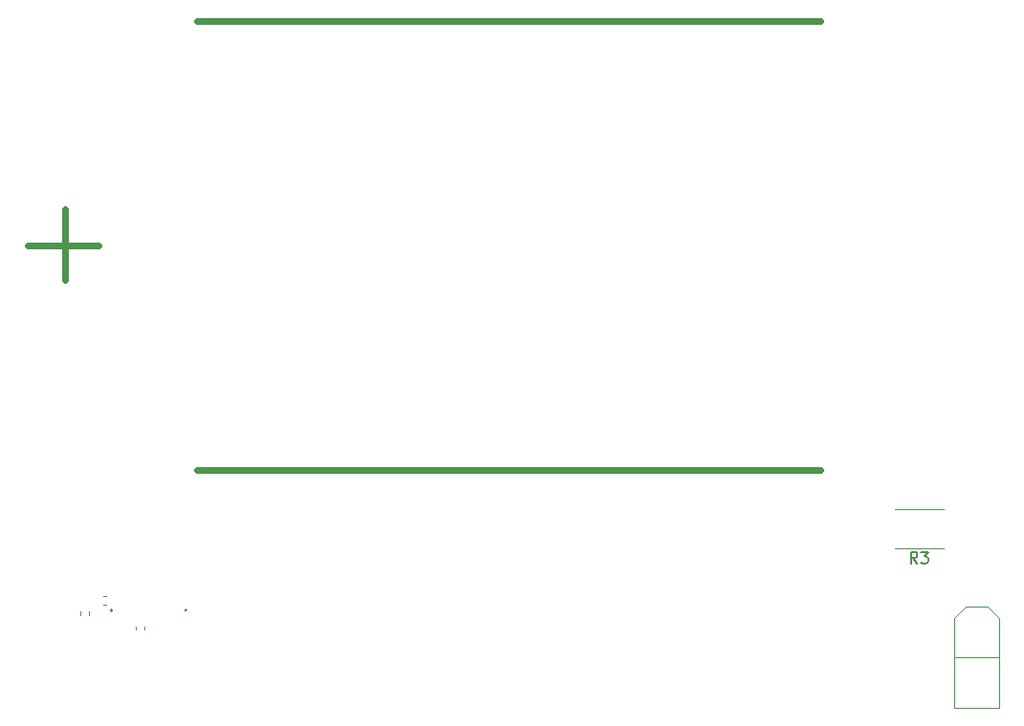
<source format=gto>
G04 #@! TF.GenerationSoftware,KiCad,Pcbnew,(5.1.10)-1*
G04 #@! TF.CreationDate,2021-12-10T13:20:38-08:00*
G04 #@! TF.ProjectId,BQ298xyz,42513239-3878-4797-9a2e-6b696361645f,rev?*
G04 #@! TF.SameCoordinates,Original*
G04 #@! TF.FileFunction,Legend,Top*
G04 #@! TF.FilePolarity,Positive*
%FSLAX46Y46*%
G04 Gerber Fmt 4.6, Leading zero omitted, Abs format (unit mm)*
G04 Created by KiCad (PCBNEW (5.1.10)-1) date 2021-12-10 13:20:38*
%MOMM*%
%LPD*%
G01*
G04 APERTURE LIST*
%ADD10C,0.120000*%
%ADD11C,0.600000*%
%ADD12C,0.150000*%
%ADD13C,0.250000*%
%ADD14C,3.000000*%
%ADD15R,0.300000X0.600000*%
%ADD16R,0.530000X0.250000*%
%ADD17C,3.500000*%
%ADD18C,3.200000*%
%ADD19R,7.300000X6.400000*%
G04 APERTURE END LIST*
D10*
X120970000Y-119335000D02*
G75*
G03*
X120970000Y-119335000I-100000J0D01*
G01*
X188900000Y-120000000D02*
X188900000Y-124000000D01*
X189900000Y-119000000D02*
X188900000Y-120000000D01*
X191900000Y-119000000D02*
X189900000Y-119000000D01*
X192900000Y-120000000D02*
X191900000Y-119000000D01*
X192900000Y-128000000D02*
X192900000Y-120000000D01*
X192900000Y-124000000D02*
X192900000Y-128000000D01*
X188900000Y-123500000D02*
X192900000Y-123500000D01*
X188900000Y-128000000D02*
X188900000Y-124000000D01*
X192900000Y-128000000D02*
X188900000Y-128000000D01*
X187977064Y-110390000D02*
X183622936Y-110390000D01*
X187977064Y-113810000D02*
X183622936Y-113810000D01*
X114372501Y-119345000D02*
G75*
G03*
X114372501Y-119345000I-100000J0D01*
G01*
D11*
X121874999Y-67084999D02*
X177074999Y-67084999D01*
X121874999Y-106884999D02*
X177074999Y-106884999D01*
X106874999Y-86984999D02*
X113174999Y-86984999D01*
X110174999Y-83784999D02*
X110174999Y-90084999D01*
D10*
X117180000Y-121053641D02*
X117180000Y-120746359D01*
X116420000Y-121053641D02*
X116420000Y-120746359D01*
X113536359Y-118880000D02*
X113843641Y-118880000D01*
X113536359Y-118120000D02*
X113843641Y-118120000D01*
X111520000Y-119446359D02*
X111520000Y-119753641D01*
X112280000Y-119446359D02*
X112280000Y-119753641D01*
D12*
X185633333Y-115172380D02*
X185300000Y-114696190D01*
X185061904Y-115172380D02*
X185061904Y-114172380D01*
X185442857Y-114172380D01*
X185538095Y-114220000D01*
X185585714Y-114267619D01*
X185633333Y-114362857D01*
X185633333Y-114505714D01*
X185585714Y-114600952D01*
X185538095Y-114648571D01*
X185442857Y-114696190D01*
X185061904Y-114696190D01*
X185966666Y-114172380D02*
X186585714Y-114172380D01*
X186252380Y-114553333D01*
X186395238Y-114553333D01*
X186490476Y-114600952D01*
X186538095Y-114648571D01*
X186585714Y-114743809D01*
X186585714Y-114981904D01*
X186538095Y-115077142D01*
X186490476Y-115124761D01*
X186395238Y-115172380D01*
X186109523Y-115172380D01*
X186014285Y-115124761D01*
X185966666Y-115077142D01*
%LPC*%
G36*
G01*
X123315000Y-119335000D02*
X123315000Y-119335000D01*
G75*
G02*
X123415000Y-119235000I100000J0D01*
G01*
X124535000Y-119235000D01*
G75*
G02*
X124635000Y-119335000I0J-100000D01*
G01*
X124635000Y-119335000D01*
G75*
G02*
X124535000Y-119435000I-100000J0D01*
G01*
X123415000Y-119435000D01*
G75*
G02*
X123315000Y-119335000I0J100000D01*
G01*
G37*
G36*
G01*
X121245000Y-119335000D02*
X121245000Y-119335000D01*
G75*
G02*
X121345000Y-119235000I100000J0D01*
G01*
X122465000Y-119235000D01*
G75*
G02*
X122565000Y-119335000I0J-100000D01*
G01*
X122565000Y-119335000D01*
G75*
G02*
X122465000Y-119435000I-100000J0D01*
G01*
X121345000Y-119435000D01*
G75*
G02*
X121245000Y-119335000I0J100000D01*
G01*
G37*
G36*
G01*
X123315000Y-120485000D02*
X123315000Y-120485000D01*
G75*
G02*
X123415000Y-120385000I100000J0D01*
G01*
X124535000Y-120385000D01*
G75*
G02*
X124635000Y-120485000I0J-100000D01*
G01*
X124635000Y-120485000D01*
G75*
G02*
X124535000Y-120585000I-100000J0D01*
G01*
X123415000Y-120585000D01*
G75*
G02*
X123315000Y-120485000I0J100000D01*
G01*
G37*
G36*
G01*
X121245000Y-120485000D02*
X121245000Y-120485000D01*
G75*
G02*
X121345000Y-120385000I100000J0D01*
G01*
X122465000Y-120385000D01*
G75*
G02*
X122565000Y-120485000I0J-100000D01*
G01*
X122565000Y-120485000D01*
G75*
G02*
X122465000Y-120585000I-100000J0D01*
G01*
X121345000Y-120585000D01*
G75*
G02*
X121245000Y-120485000I0J100000D01*
G01*
G37*
D13*
X122940000Y-119510000D03*
X122940000Y-120310000D03*
G36*
G01*
X123315000Y-120135000D02*
X123315000Y-120135000D01*
G75*
G02*
X123415000Y-120035000I100000J0D01*
G01*
X124535000Y-120035000D01*
G75*
G02*
X124635000Y-120135000I0J-100000D01*
G01*
X124635000Y-120135000D01*
G75*
G02*
X124535000Y-120235000I-100000J0D01*
G01*
X123415000Y-120235000D01*
G75*
G02*
X123315000Y-120135000I0J100000D01*
G01*
G37*
G36*
G01*
X121245000Y-120135000D02*
X121245000Y-120135000D01*
G75*
G02*
X121345000Y-120035000I100000J0D01*
G01*
X122465000Y-120035000D01*
G75*
G02*
X122565000Y-120135000I0J-100000D01*
G01*
X122565000Y-120135000D01*
G75*
G02*
X122465000Y-120235000I-100000J0D01*
G01*
X121345000Y-120235000D01*
G75*
G02*
X121245000Y-120135000I0J100000D01*
G01*
G37*
G36*
G01*
X123315000Y-119685000D02*
X123315000Y-119685000D01*
G75*
G02*
X123415000Y-119585000I100000J0D01*
G01*
X124535000Y-119585000D01*
G75*
G02*
X124635000Y-119685000I0J-100000D01*
G01*
X124635000Y-119685000D01*
G75*
G02*
X124535000Y-119785000I-100000J0D01*
G01*
X123415000Y-119785000D01*
G75*
G02*
X123315000Y-119685000I0J100000D01*
G01*
G37*
G36*
G01*
X121245000Y-119685000D02*
X121245000Y-119685000D01*
G75*
G02*
X121345000Y-119585000I100000J0D01*
G01*
X122465000Y-119585000D01*
G75*
G02*
X122565000Y-119685000I0J-100000D01*
G01*
X122565000Y-119685000D01*
G75*
G02*
X122465000Y-119785000I-100000J0D01*
G01*
X121345000Y-119785000D01*
G75*
G02*
X121245000Y-119685000I0J100000D01*
G01*
G37*
D14*
X190900000Y-121000000D03*
X190900000Y-126000000D03*
G36*
G01*
X183450000Y-110675000D02*
X183450000Y-113525000D01*
G75*
G02*
X183200000Y-113775000I-250000J0D01*
G01*
X182475000Y-113775000D01*
G75*
G02*
X182225000Y-113525000I0J250000D01*
G01*
X182225000Y-110675000D01*
G75*
G02*
X182475000Y-110425000I250000J0D01*
G01*
X183200000Y-110425000D01*
G75*
G02*
X183450000Y-110675000I0J-250000D01*
G01*
G37*
G36*
G01*
X189375000Y-110675000D02*
X189375000Y-113525000D01*
G75*
G02*
X189125000Y-113775000I-250000J0D01*
G01*
X188400000Y-113775000D01*
G75*
G02*
X188150000Y-113525000I0J250000D01*
G01*
X188150000Y-110675000D01*
G75*
G02*
X188400000Y-110425000I250000J0D01*
G01*
X189125000Y-110425000D01*
G75*
G02*
X189375000Y-110675000I0J-250000D01*
G01*
G37*
D15*
X114872501Y-119820000D03*
D16*
X115510001Y-119745000D03*
X115510001Y-120245000D03*
X115510001Y-120745000D03*
D15*
X114872501Y-120670000D03*
D16*
X114235001Y-120745000D03*
X114235001Y-120245000D03*
X114235001Y-119745000D03*
D17*
X177074999Y-69484999D03*
D18*
X177074999Y-86984999D03*
D17*
X121874999Y-104484999D03*
D18*
X121874999Y-86984999D03*
D19*
X188824999Y-77434999D03*
X188824999Y-96534999D03*
X110124999Y-96534999D03*
X110124999Y-77434999D03*
G36*
G01*
X116985000Y-120660000D02*
X116615000Y-120660000D01*
G75*
G02*
X116480000Y-120525000I0J135000D01*
G01*
X116480000Y-120255000D01*
G75*
G02*
X116615000Y-120120000I135000J0D01*
G01*
X116985000Y-120120000D01*
G75*
G02*
X117120000Y-120255000I0J-135000D01*
G01*
X117120000Y-120525000D01*
G75*
G02*
X116985000Y-120660000I-135000J0D01*
G01*
G37*
G36*
G01*
X116985000Y-121680000D02*
X116615000Y-121680000D01*
G75*
G02*
X116480000Y-121545000I0J135000D01*
G01*
X116480000Y-121275000D01*
G75*
G02*
X116615000Y-121140000I135000J0D01*
G01*
X116985000Y-121140000D01*
G75*
G02*
X117120000Y-121275000I0J-135000D01*
G01*
X117120000Y-121545000D01*
G75*
G02*
X116985000Y-121680000I-135000J0D01*
G01*
G37*
G36*
G01*
X113930000Y-118685000D02*
X113930000Y-118315000D01*
G75*
G02*
X114065000Y-118180000I135000J0D01*
G01*
X114335000Y-118180000D01*
G75*
G02*
X114470000Y-118315000I0J-135000D01*
G01*
X114470000Y-118685000D01*
G75*
G02*
X114335000Y-118820000I-135000J0D01*
G01*
X114065000Y-118820000D01*
G75*
G02*
X113930000Y-118685000I0J135000D01*
G01*
G37*
G36*
G01*
X112910000Y-118685000D02*
X112910000Y-118315000D01*
G75*
G02*
X113045000Y-118180000I135000J0D01*
G01*
X113315000Y-118180000D01*
G75*
G02*
X113450000Y-118315000I0J-135000D01*
G01*
X113450000Y-118685000D01*
G75*
G02*
X113315000Y-118820000I-135000J0D01*
G01*
X113045000Y-118820000D01*
G75*
G02*
X112910000Y-118685000I0J135000D01*
G01*
G37*
G36*
G01*
X111715000Y-119840000D02*
X112085000Y-119840000D01*
G75*
G02*
X112220000Y-119975000I0J-135000D01*
G01*
X112220000Y-120245000D01*
G75*
G02*
X112085000Y-120380000I-135000J0D01*
G01*
X111715000Y-120380000D01*
G75*
G02*
X111580000Y-120245000I0J135000D01*
G01*
X111580000Y-119975000D01*
G75*
G02*
X111715000Y-119840000I135000J0D01*
G01*
G37*
G36*
G01*
X111715000Y-118820000D02*
X112085000Y-118820000D01*
G75*
G02*
X112220000Y-118955000I0J-135000D01*
G01*
X112220000Y-119225000D01*
G75*
G02*
X112085000Y-119360000I-135000J0D01*
G01*
X111715000Y-119360000D01*
G75*
G02*
X111580000Y-119225000I0J135000D01*
G01*
X111580000Y-118955000D01*
G75*
G02*
X111715000Y-118820000I135000J0D01*
G01*
G37*
G36*
G01*
X112900000Y-120570000D02*
X113100000Y-120570000D01*
G75*
G02*
X113200000Y-120670000I0J-100000D01*
G01*
X113200000Y-120930000D01*
G75*
G02*
X113100000Y-121030000I-100000J0D01*
G01*
X112900000Y-121030000D01*
G75*
G02*
X112800000Y-120930000I0J100000D01*
G01*
X112800000Y-120670000D01*
G75*
G02*
X112900000Y-120570000I100000J0D01*
G01*
G37*
G36*
G01*
X112900000Y-119930000D02*
X113100000Y-119930000D01*
G75*
G02*
X113200000Y-120030000I0J-100000D01*
G01*
X113200000Y-120290000D01*
G75*
G02*
X113100000Y-120390000I-100000J0D01*
G01*
X112900000Y-120390000D01*
G75*
G02*
X112800000Y-120290000I0J100000D01*
G01*
X112800000Y-120030000D01*
G75*
G02*
X112900000Y-119930000I100000J0D01*
G01*
G37*
M02*

</source>
